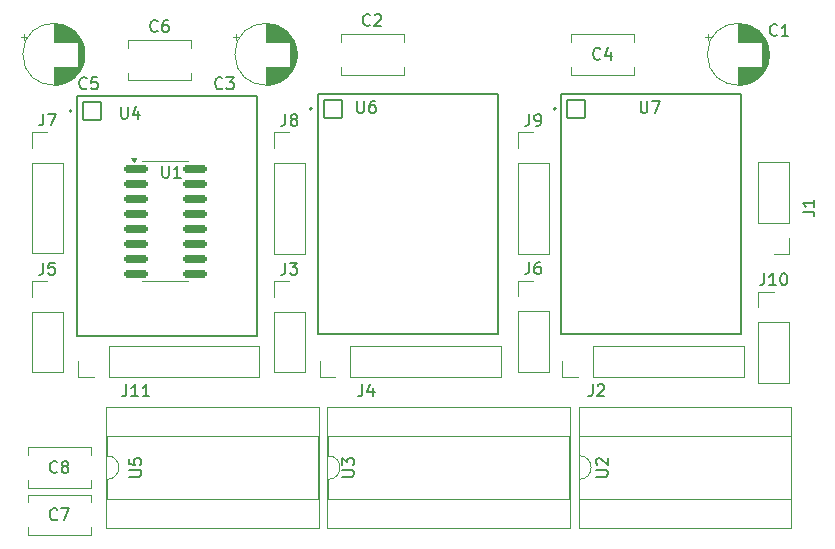
<source format=gto>
G04 #@! TF.GenerationSoftware,KiCad,Pcbnew,8.0.3-8.0.3-0~ubuntu24.04.1*
G04 #@! TF.CreationDate,2024-07-31T19:04:03+02:00*
G04 #@! TF.ProjectId,motor-driver-breakout,6d6f746f-722d-4647-9269-7665722d6272,rev?*
G04 #@! TF.SameCoordinates,Original*
G04 #@! TF.FileFunction,Legend,Top*
G04 #@! TF.FilePolarity,Positive*
%FSLAX46Y46*%
G04 Gerber Fmt 4.6, Leading zero omitted, Abs format (unit mm)*
G04 Created by KiCad (PCBNEW 8.0.3-8.0.3-0~ubuntu24.04.1) date 2024-07-31 19:04:03*
%MOMM*%
%LPD*%
G01*
G04 APERTURE LIST*
G04 Aperture macros list*
%AMRoundRect*
0 Rectangle with rounded corners*
0 $1 Rounding radius*
0 $2 $3 $4 $5 $6 $7 $8 $9 X,Y pos of 4 corners*
0 Add a 4 corners polygon primitive as box body*
4,1,4,$2,$3,$4,$5,$6,$7,$8,$9,$2,$3,0*
0 Add four circle primitives for the rounded corners*
1,1,$1+$1,$2,$3*
1,1,$1+$1,$4,$5*
1,1,$1+$1,$6,$7*
1,1,$1+$1,$8,$9*
0 Add four rect primitives between the rounded corners*
20,1,$1+$1,$2,$3,$4,$5,0*
20,1,$1+$1,$4,$5,$6,$7,0*
20,1,$1+$1,$6,$7,$8,$9,0*
20,1,$1+$1,$8,$9,$2,$3,0*%
G04 Aperture macros list end*
%ADD10C,0.150000*%
%ADD11C,0.120000*%
%ADD12C,0.127000*%
%ADD13C,0.200000*%
%ADD14C,1.600000*%
%ADD15R,1.600000X1.600000*%
%ADD16O,1.600000X1.600000*%
%ADD17C,3.200000*%
%ADD18C,1.712000*%
%ADD19RoundRect,0.102000X-0.754000X-0.754000X0.754000X-0.754000X0.754000X0.754000X-0.754000X0.754000X0*%
%ADD20RoundRect,0.150000X-0.825000X-0.150000X0.825000X-0.150000X0.825000X0.150000X-0.825000X0.150000X0*%
%ADD21R,1.700000X1.700000*%
%ADD22O,1.700000X1.700000*%
G04 APERTURE END LIST*
D10*
X157333333Y-68359580D02*
X157285714Y-68407200D01*
X157285714Y-68407200D02*
X157142857Y-68454819D01*
X157142857Y-68454819D02*
X157047619Y-68454819D01*
X157047619Y-68454819D02*
X156904762Y-68407200D01*
X156904762Y-68407200D02*
X156809524Y-68311961D01*
X156809524Y-68311961D02*
X156761905Y-68216723D01*
X156761905Y-68216723D02*
X156714286Y-68026247D01*
X156714286Y-68026247D02*
X156714286Y-67883390D01*
X156714286Y-67883390D02*
X156761905Y-67692914D01*
X156761905Y-67692914D02*
X156809524Y-67597676D01*
X156809524Y-67597676D02*
X156904762Y-67502438D01*
X156904762Y-67502438D02*
X157047619Y-67454819D01*
X157047619Y-67454819D02*
X157142857Y-67454819D01*
X157142857Y-67454819D02*
X157285714Y-67502438D01*
X157285714Y-67502438D02*
X157333333Y-67550057D01*
X157904762Y-67883390D02*
X157809524Y-67835771D01*
X157809524Y-67835771D02*
X157761905Y-67788152D01*
X157761905Y-67788152D02*
X157714286Y-67692914D01*
X157714286Y-67692914D02*
X157714286Y-67645295D01*
X157714286Y-67645295D02*
X157761905Y-67550057D01*
X157761905Y-67550057D02*
X157809524Y-67502438D01*
X157809524Y-67502438D02*
X157904762Y-67454819D01*
X157904762Y-67454819D02*
X158095238Y-67454819D01*
X158095238Y-67454819D02*
X158190476Y-67502438D01*
X158190476Y-67502438D02*
X158238095Y-67550057D01*
X158238095Y-67550057D02*
X158285714Y-67645295D01*
X158285714Y-67645295D02*
X158285714Y-67692914D01*
X158285714Y-67692914D02*
X158238095Y-67788152D01*
X158238095Y-67788152D02*
X158190476Y-67835771D01*
X158190476Y-67835771D02*
X158095238Y-67883390D01*
X158095238Y-67883390D02*
X157904762Y-67883390D01*
X157904762Y-67883390D02*
X157809524Y-67931009D01*
X157809524Y-67931009D02*
X157761905Y-67978628D01*
X157761905Y-67978628D02*
X157714286Y-68073866D01*
X157714286Y-68073866D02*
X157714286Y-68264342D01*
X157714286Y-68264342D02*
X157761905Y-68359580D01*
X157761905Y-68359580D02*
X157809524Y-68407200D01*
X157809524Y-68407200D02*
X157904762Y-68454819D01*
X157904762Y-68454819D02*
X158095238Y-68454819D01*
X158095238Y-68454819D02*
X158190476Y-68407200D01*
X158190476Y-68407200D02*
X158238095Y-68359580D01*
X158238095Y-68359580D02*
X158285714Y-68264342D01*
X158285714Y-68264342D02*
X158285714Y-68073866D01*
X158285714Y-68073866D02*
X158238095Y-67978628D01*
X158238095Y-67978628D02*
X158190476Y-67931009D01*
X158190476Y-67931009D02*
X158095238Y-67883390D01*
X157333333Y-72359580D02*
X157285714Y-72407200D01*
X157285714Y-72407200D02*
X157142857Y-72454819D01*
X157142857Y-72454819D02*
X157047619Y-72454819D01*
X157047619Y-72454819D02*
X156904762Y-72407200D01*
X156904762Y-72407200D02*
X156809524Y-72311961D01*
X156809524Y-72311961D02*
X156761905Y-72216723D01*
X156761905Y-72216723D02*
X156714286Y-72026247D01*
X156714286Y-72026247D02*
X156714286Y-71883390D01*
X156714286Y-71883390D02*
X156761905Y-71692914D01*
X156761905Y-71692914D02*
X156809524Y-71597676D01*
X156809524Y-71597676D02*
X156904762Y-71502438D01*
X156904762Y-71502438D02*
X157047619Y-71454819D01*
X157047619Y-71454819D02*
X157142857Y-71454819D01*
X157142857Y-71454819D02*
X157285714Y-71502438D01*
X157285714Y-71502438D02*
X157333333Y-71550057D01*
X157666667Y-71454819D02*
X158333333Y-71454819D01*
X158333333Y-71454819D02*
X157904762Y-72454819D01*
X165833333Y-31009580D02*
X165785714Y-31057200D01*
X165785714Y-31057200D02*
X165642857Y-31104819D01*
X165642857Y-31104819D02*
X165547619Y-31104819D01*
X165547619Y-31104819D02*
X165404762Y-31057200D01*
X165404762Y-31057200D02*
X165309524Y-30961961D01*
X165309524Y-30961961D02*
X165261905Y-30866723D01*
X165261905Y-30866723D02*
X165214286Y-30676247D01*
X165214286Y-30676247D02*
X165214286Y-30533390D01*
X165214286Y-30533390D02*
X165261905Y-30342914D01*
X165261905Y-30342914D02*
X165309524Y-30247676D01*
X165309524Y-30247676D02*
X165404762Y-30152438D01*
X165404762Y-30152438D02*
X165547619Y-30104819D01*
X165547619Y-30104819D02*
X165642857Y-30104819D01*
X165642857Y-30104819D02*
X165785714Y-30152438D01*
X165785714Y-30152438D02*
X165833333Y-30200057D01*
X166690476Y-30104819D02*
X166500000Y-30104819D01*
X166500000Y-30104819D02*
X166404762Y-30152438D01*
X166404762Y-30152438D02*
X166357143Y-30200057D01*
X166357143Y-30200057D02*
X166261905Y-30342914D01*
X166261905Y-30342914D02*
X166214286Y-30533390D01*
X166214286Y-30533390D02*
X166214286Y-30914342D01*
X166214286Y-30914342D02*
X166261905Y-31009580D01*
X166261905Y-31009580D02*
X166309524Y-31057200D01*
X166309524Y-31057200D02*
X166404762Y-31104819D01*
X166404762Y-31104819D02*
X166595238Y-31104819D01*
X166595238Y-31104819D02*
X166690476Y-31057200D01*
X166690476Y-31057200D02*
X166738095Y-31009580D01*
X166738095Y-31009580D02*
X166785714Y-30914342D01*
X166785714Y-30914342D02*
X166785714Y-30676247D01*
X166785714Y-30676247D02*
X166738095Y-30581009D01*
X166738095Y-30581009D02*
X166690476Y-30533390D01*
X166690476Y-30533390D02*
X166595238Y-30485771D01*
X166595238Y-30485771D02*
X166404762Y-30485771D01*
X166404762Y-30485771D02*
X166309524Y-30533390D01*
X166309524Y-30533390D02*
X166261905Y-30581009D01*
X166261905Y-30581009D02*
X166214286Y-30676247D01*
X159833333Y-35859580D02*
X159785714Y-35907200D01*
X159785714Y-35907200D02*
X159642857Y-35954819D01*
X159642857Y-35954819D02*
X159547619Y-35954819D01*
X159547619Y-35954819D02*
X159404762Y-35907200D01*
X159404762Y-35907200D02*
X159309524Y-35811961D01*
X159309524Y-35811961D02*
X159261905Y-35716723D01*
X159261905Y-35716723D02*
X159214286Y-35526247D01*
X159214286Y-35526247D02*
X159214286Y-35383390D01*
X159214286Y-35383390D02*
X159261905Y-35192914D01*
X159261905Y-35192914D02*
X159309524Y-35097676D01*
X159309524Y-35097676D02*
X159404762Y-35002438D01*
X159404762Y-35002438D02*
X159547619Y-34954819D01*
X159547619Y-34954819D02*
X159642857Y-34954819D01*
X159642857Y-34954819D02*
X159785714Y-35002438D01*
X159785714Y-35002438D02*
X159833333Y-35050057D01*
X160738095Y-34954819D02*
X160261905Y-34954819D01*
X160261905Y-34954819D02*
X160214286Y-35431009D01*
X160214286Y-35431009D02*
X160261905Y-35383390D01*
X160261905Y-35383390D02*
X160357143Y-35335771D01*
X160357143Y-35335771D02*
X160595238Y-35335771D01*
X160595238Y-35335771D02*
X160690476Y-35383390D01*
X160690476Y-35383390D02*
X160738095Y-35431009D01*
X160738095Y-35431009D02*
X160785714Y-35526247D01*
X160785714Y-35526247D02*
X160785714Y-35764342D01*
X160785714Y-35764342D02*
X160738095Y-35859580D01*
X160738095Y-35859580D02*
X160690476Y-35907200D01*
X160690476Y-35907200D02*
X160595238Y-35954819D01*
X160595238Y-35954819D02*
X160357143Y-35954819D01*
X160357143Y-35954819D02*
X160261905Y-35907200D01*
X160261905Y-35907200D02*
X160214286Y-35859580D01*
X203333333Y-33359580D02*
X203285714Y-33407200D01*
X203285714Y-33407200D02*
X203142857Y-33454819D01*
X203142857Y-33454819D02*
X203047619Y-33454819D01*
X203047619Y-33454819D02*
X202904762Y-33407200D01*
X202904762Y-33407200D02*
X202809524Y-33311961D01*
X202809524Y-33311961D02*
X202761905Y-33216723D01*
X202761905Y-33216723D02*
X202714286Y-33026247D01*
X202714286Y-33026247D02*
X202714286Y-32883390D01*
X202714286Y-32883390D02*
X202761905Y-32692914D01*
X202761905Y-32692914D02*
X202809524Y-32597676D01*
X202809524Y-32597676D02*
X202904762Y-32502438D01*
X202904762Y-32502438D02*
X203047619Y-32454819D01*
X203047619Y-32454819D02*
X203142857Y-32454819D01*
X203142857Y-32454819D02*
X203285714Y-32502438D01*
X203285714Y-32502438D02*
X203333333Y-32550057D01*
X204190476Y-32788152D02*
X204190476Y-33454819D01*
X203952381Y-32407200D02*
X203714286Y-33121485D01*
X203714286Y-33121485D02*
X204333333Y-33121485D01*
X171333333Y-35859580D02*
X171285714Y-35907200D01*
X171285714Y-35907200D02*
X171142857Y-35954819D01*
X171142857Y-35954819D02*
X171047619Y-35954819D01*
X171047619Y-35954819D02*
X170904762Y-35907200D01*
X170904762Y-35907200D02*
X170809524Y-35811961D01*
X170809524Y-35811961D02*
X170761905Y-35716723D01*
X170761905Y-35716723D02*
X170714286Y-35526247D01*
X170714286Y-35526247D02*
X170714286Y-35383390D01*
X170714286Y-35383390D02*
X170761905Y-35192914D01*
X170761905Y-35192914D02*
X170809524Y-35097676D01*
X170809524Y-35097676D02*
X170904762Y-35002438D01*
X170904762Y-35002438D02*
X171047619Y-34954819D01*
X171047619Y-34954819D02*
X171142857Y-34954819D01*
X171142857Y-34954819D02*
X171285714Y-35002438D01*
X171285714Y-35002438D02*
X171333333Y-35050057D01*
X171666667Y-34954819D02*
X172285714Y-34954819D01*
X172285714Y-34954819D02*
X171952381Y-35335771D01*
X171952381Y-35335771D02*
X172095238Y-35335771D01*
X172095238Y-35335771D02*
X172190476Y-35383390D01*
X172190476Y-35383390D02*
X172238095Y-35431009D01*
X172238095Y-35431009D02*
X172285714Y-35526247D01*
X172285714Y-35526247D02*
X172285714Y-35764342D01*
X172285714Y-35764342D02*
X172238095Y-35859580D01*
X172238095Y-35859580D02*
X172190476Y-35907200D01*
X172190476Y-35907200D02*
X172095238Y-35954819D01*
X172095238Y-35954819D02*
X171809524Y-35954819D01*
X171809524Y-35954819D02*
X171714286Y-35907200D01*
X171714286Y-35907200D02*
X171666667Y-35859580D01*
X183833333Y-30509580D02*
X183785714Y-30557200D01*
X183785714Y-30557200D02*
X183642857Y-30604819D01*
X183642857Y-30604819D02*
X183547619Y-30604819D01*
X183547619Y-30604819D02*
X183404762Y-30557200D01*
X183404762Y-30557200D02*
X183309524Y-30461961D01*
X183309524Y-30461961D02*
X183261905Y-30366723D01*
X183261905Y-30366723D02*
X183214286Y-30176247D01*
X183214286Y-30176247D02*
X183214286Y-30033390D01*
X183214286Y-30033390D02*
X183261905Y-29842914D01*
X183261905Y-29842914D02*
X183309524Y-29747676D01*
X183309524Y-29747676D02*
X183404762Y-29652438D01*
X183404762Y-29652438D02*
X183547619Y-29604819D01*
X183547619Y-29604819D02*
X183642857Y-29604819D01*
X183642857Y-29604819D02*
X183785714Y-29652438D01*
X183785714Y-29652438D02*
X183833333Y-29700057D01*
X184214286Y-29700057D02*
X184261905Y-29652438D01*
X184261905Y-29652438D02*
X184357143Y-29604819D01*
X184357143Y-29604819D02*
X184595238Y-29604819D01*
X184595238Y-29604819D02*
X184690476Y-29652438D01*
X184690476Y-29652438D02*
X184738095Y-29700057D01*
X184738095Y-29700057D02*
X184785714Y-29795295D01*
X184785714Y-29795295D02*
X184785714Y-29890533D01*
X184785714Y-29890533D02*
X184738095Y-30033390D01*
X184738095Y-30033390D02*
X184166667Y-30604819D01*
X184166667Y-30604819D02*
X184785714Y-30604819D01*
X218288445Y-31359580D02*
X218240826Y-31407200D01*
X218240826Y-31407200D02*
X218097969Y-31454819D01*
X218097969Y-31454819D02*
X218002731Y-31454819D01*
X218002731Y-31454819D02*
X217859874Y-31407200D01*
X217859874Y-31407200D02*
X217764636Y-31311961D01*
X217764636Y-31311961D02*
X217717017Y-31216723D01*
X217717017Y-31216723D02*
X217669398Y-31026247D01*
X217669398Y-31026247D02*
X217669398Y-30883390D01*
X217669398Y-30883390D02*
X217717017Y-30692914D01*
X217717017Y-30692914D02*
X217764636Y-30597676D01*
X217764636Y-30597676D02*
X217859874Y-30502438D01*
X217859874Y-30502438D02*
X218002731Y-30454819D01*
X218002731Y-30454819D02*
X218097969Y-30454819D01*
X218097969Y-30454819D02*
X218240826Y-30502438D01*
X218240826Y-30502438D02*
X218288445Y-30550057D01*
X219240826Y-31454819D02*
X218669398Y-31454819D01*
X218955112Y-31454819D02*
X218955112Y-30454819D01*
X218955112Y-30454819D02*
X218859874Y-30597676D01*
X218859874Y-30597676D02*
X218764636Y-30692914D01*
X218764636Y-30692914D02*
X218669398Y-30740533D01*
X202954819Y-68751904D02*
X203764342Y-68751904D01*
X203764342Y-68751904D02*
X203859580Y-68704285D01*
X203859580Y-68704285D02*
X203907200Y-68656666D01*
X203907200Y-68656666D02*
X203954819Y-68561428D01*
X203954819Y-68561428D02*
X203954819Y-68370952D01*
X203954819Y-68370952D02*
X203907200Y-68275714D01*
X203907200Y-68275714D02*
X203859580Y-68228095D01*
X203859580Y-68228095D02*
X203764342Y-68180476D01*
X203764342Y-68180476D02*
X202954819Y-68180476D01*
X203050057Y-67751904D02*
X203002438Y-67704285D01*
X203002438Y-67704285D02*
X202954819Y-67609047D01*
X202954819Y-67609047D02*
X202954819Y-67370952D01*
X202954819Y-67370952D02*
X203002438Y-67275714D01*
X203002438Y-67275714D02*
X203050057Y-67228095D01*
X203050057Y-67228095D02*
X203145295Y-67180476D01*
X203145295Y-67180476D02*
X203240533Y-67180476D01*
X203240533Y-67180476D02*
X203383390Y-67228095D01*
X203383390Y-67228095D02*
X203954819Y-67799523D01*
X203954819Y-67799523D02*
X203954819Y-67180476D01*
X206738095Y-36954819D02*
X206738095Y-37764342D01*
X206738095Y-37764342D02*
X206785714Y-37859580D01*
X206785714Y-37859580D02*
X206833333Y-37907200D01*
X206833333Y-37907200D02*
X206928571Y-37954819D01*
X206928571Y-37954819D02*
X207119047Y-37954819D01*
X207119047Y-37954819D02*
X207214285Y-37907200D01*
X207214285Y-37907200D02*
X207261904Y-37859580D01*
X207261904Y-37859580D02*
X207309523Y-37764342D01*
X207309523Y-37764342D02*
X207309523Y-36954819D01*
X207690476Y-36954819D02*
X208357142Y-36954819D01*
X208357142Y-36954819D02*
X207928571Y-37954819D01*
X182738095Y-36954819D02*
X182738095Y-37764342D01*
X182738095Y-37764342D02*
X182785714Y-37859580D01*
X182785714Y-37859580D02*
X182833333Y-37907200D01*
X182833333Y-37907200D02*
X182928571Y-37954819D01*
X182928571Y-37954819D02*
X183119047Y-37954819D01*
X183119047Y-37954819D02*
X183214285Y-37907200D01*
X183214285Y-37907200D02*
X183261904Y-37859580D01*
X183261904Y-37859580D02*
X183309523Y-37764342D01*
X183309523Y-37764342D02*
X183309523Y-36954819D01*
X184214285Y-36954819D02*
X184023809Y-36954819D01*
X184023809Y-36954819D02*
X183928571Y-37002438D01*
X183928571Y-37002438D02*
X183880952Y-37050057D01*
X183880952Y-37050057D02*
X183785714Y-37192914D01*
X183785714Y-37192914D02*
X183738095Y-37383390D01*
X183738095Y-37383390D02*
X183738095Y-37764342D01*
X183738095Y-37764342D02*
X183785714Y-37859580D01*
X183785714Y-37859580D02*
X183833333Y-37907200D01*
X183833333Y-37907200D02*
X183928571Y-37954819D01*
X183928571Y-37954819D02*
X184119047Y-37954819D01*
X184119047Y-37954819D02*
X184214285Y-37907200D01*
X184214285Y-37907200D02*
X184261904Y-37859580D01*
X184261904Y-37859580D02*
X184309523Y-37764342D01*
X184309523Y-37764342D02*
X184309523Y-37526247D01*
X184309523Y-37526247D02*
X184261904Y-37431009D01*
X184261904Y-37431009D02*
X184214285Y-37383390D01*
X184214285Y-37383390D02*
X184119047Y-37335771D01*
X184119047Y-37335771D02*
X183928571Y-37335771D01*
X183928571Y-37335771D02*
X183833333Y-37383390D01*
X183833333Y-37383390D02*
X183785714Y-37431009D01*
X183785714Y-37431009D02*
X183738095Y-37526247D01*
X163454819Y-68751904D02*
X164264342Y-68751904D01*
X164264342Y-68751904D02*
X164359580Y-68704285D01*
X164359580Y-68704285D02*
X164407200Y-68656666D01*
X164407200Y-68656666D02*
X164454819Y-68561428D01*
X164454819Y-68561428D02*
X164454819Y-68370952D01*
X164454819Y-68370952D02*
X164407200Y-68275714D01*
X164407200Y-68275714D02*
X164359580Y-68228095D01*
X164359580Y-68228095D02*
X164264342Y-68180476D01*
X164264342Y-68180476D02*
X163454819Y-68180476D01*
X163454819Y-67228095D02*
X163454819Y-67704285D01*
X163454819Y-67704285D02*
X163931009Y-67751904D01*
X163931009Y-67751904D02*
X163883390Y-67704285D01*
X163883390Y-67704285D02*
X163835771Y-67609047D01*
X163835771Y-67609047D02*
X163835771Y-67370952D01*
X163835771Y-67370952D02*
X163883390Y-67275714D01*
X163883390Y-67275714D02*
X163931009Y-67228095D01*
X163931009Y-67228095D02*
X164026247Y-67180476D01*
X164026247Y-67180476D02*
X164264342Y-67180476D01*
X164264342Y-67180476D02*
X164359580Y-67228095D01*
X164359580Y-67228095D02*
X164407200Y-67275714D01*
X164407200Y-67275714D02*
X164454819Y-67370952D01*
X164454819Y-67370952D02*
X164454819Y-67609047D01*
X164454819Y-67609047D02*
X164407200Y-67704285D01*
X164407200Y-67704285D02*
X164359580Y-67751904D01*
X162738095Y-37454819D02*
X162738095Y-38264342D01*
X162738095Y-38264342D02*
X162785714Y-38359580D01*
X162785714Y-38359580D02*
X162833333Y-38407200D01*
X162833333Y-38407200D02*
X162928571Y-38454819D01*
X162928571Y-38454819D02*
X163119047Y-38454819D01*
X163119047Y-38454819D02*
X163214285Y-38407200D01*
X163214285Y-38407200D02*
X163261904Y-38359580D01*
X163261904Y-38359580D02*
X163309523Y-38264342D01*
X163309523Y-38264342D02*
X163309523Y-37454819D01*
X164214285Y-37788152D02*
X164214285Y-38454819D01*
X163976190Y-37407200D02*
X163738095Y-38121485D01*
X163738095Y-38121485D02*
X164357142Y-38121485D01*
X181454819Y-68761904D02*
X182264342Y-68761904D01*
X182264342Y-68761904D02*
X182359580Y-68714285D01*
X182359580Y-68714285D02*
X182407200Y-68666666D01*
X182407200Y-68666666D02*
X182454819Y-68571428D01*
X182454819Y-68571428D02*
X182454819Y-68380952D01*
X182454819Y-68380952D02*
X182407200Y-68285714D01*
X182407200Y-68285714D02*
X182359580Y-68238095D01*
X182359580Y-68238095D02*
X182264342Y-68190476D01*
X182264342Y-68190476D02*
X181454819Y-68190476D01*
X181454819Y-67809523D02*
X181454819Y-67190476D01*
X181454819Y-67190476D02*
X181835771Y-67523809D01*
X181835771Y-67523809D02*
X181835771Y-67380952D01*
X181835771Y-67380952D02*
X181883390Y-67285714D01*
X181883390Y-67285714D02*
X181931009Y-67238095D01*
X181931009Y-67238095D02*
X182026247Y-67190476D01*
X182026247Y-67190476D02*
X182264342Y-67190476D01*
X182264342Y-67190476D02*
X182359580Y-67238095D01*
X182359580Y-67238095D02*
X182407200Y-67285714D01*
X182407200Y-67285714D02*
X182454819Y-67380952D01*
X182454819Y-67380952D02*
X182454819Y-67666666D01*
X182454819Y-67666666D02*
X182407200Y-67761904D01*
X182407200Y-67761904D02*
X182359580Y-67809523D01*
X166238095Y-42454819D02*
X166238095Y-43264342D01*
X166238095Y-43264342D02*
X166285714Y-43359580D01*
X166285714Y-43359580D02*
X166333333Y-43407200D01*
X166333333Y-43407200D02*
X166428571Y-43454819D01*
X166428571Y-43454819D02*
X166619047Y-43454819D01*
X166619047Y-43454819D02*
X166714285Y-43407200D01*
X166714285Y-43407200D02*
X166761904Y-43359580D01*
X166761904Y-43359580D02*
X166809523Y-43264342D01*
X166809523Y-43264342D02*
X166809523Y-42454819D01*
X167809523Y-43454819D02*
X167238095Y-43454819D01*
X167523809Y-43454819D02*
X167523809Y-42454819D01*
X167523809Y-42454819D02*
X167428571Y-42597676D01*
X167428571Y-42597676D02*
X167333333Y-42692914D01*
X167333333Y-42692914D02*
X167238095Y-42740533D01*
X217190476Y-51544819D02*
X217190476Y-52259104D01*
X217190476Y-52259104D02*
X217142857Y-52401961D01*
X217142857Y-52401961D02*
X217047619Y-52497200D01*
X217047619Y-52497200D02*
X216904762Y-52544819D01*
X216904762Y-52544819D02*
X216809524Y-52544819D01*
X218190476Y-52544819D02*
X217619048Y-52544819D01*
X217904762Y-52544819D02*
X217904762Y-51544819D01*
X217904762Y-51544819D02*
X217809524Y-51687676D01*
X217809524Y-51687676D02*
X217714286Y-51782914D01*
X217714286Y-51782914D02*
X217619048Y-51830533D01*
X218809524Y-51544819D02*
X218904762Y-51544819D01*
X218904762Y-51544819D02*
X219000000Y-51592438D01*
X219000000Y-51592438D02*
X219047619Y-51640057D01*
X219047619Y-51640057D02*
X219095238Y-51735295D01*
X219095238Y-51735295D02*
X219142857Y-51925771D01*
X219142857Y-51925771D02*
X219142857Y-52163866D01*
X219142857Y-52163866D02*
X219095238Y-52354342D01*
X219095238Y-52354342D02*
X219047619Y-52449580D01*
X219047619Y-52449580D02*
X219000000Y-52497200D01*
X219000000Y-52497200D02*
X218904762Y-52544819D01*
X218904762Y-52544819D02*
X218809524Y-52544819D01*
X218809524Y-52544819D02*
X218714286Y-52497200D01*
X218714286Y-52497200D02*
X218666667Y-52449580D01*
X218666667Y-52449580D02*
X218619048Y-52354342D01*
X218619048Y-52354342D02*
X218571429Y-52163866D01*
X218571429Y-52163866D02*
X218571429Y-51925771D01*
X218571429Y-51925771D02*
X218619048Y-51735295D01*
X218619048Y-51735295D02*
X218666667Y-51640057D01*
X218666667Y-51640057D02*
X218714286Y-51592438D01*
X218714286Y-51592438D02*
X218809524Y-51544819D01*
X197316666Y-38069819D02*
X197316666Y-38784104D01*
X197316666Y-38784104D02*
X197269047Y-38926961D01*
X197269047Y-38926961D02*
X197173809Y-39022200D01*
X197173809Y-39022200D02*
X197030952Y-39069819D01*
X197030952Y-39069819D02*
X196935714Y-39069819D01*
X197840476Y-39069819D02*
X198030952Y-39069819D01*
X198030952Y-39069819D02*
X198126190Y-39022200D01*
X198126190Y-39022200D02*
X198173809Y-38974580D01*
X198173809Y-38974580D02*
X198269047Y-38831723D01*
X198269047Y-38831723D02*
X198316666Y-38641247D01*
X198316666Y-38641247D02*
X198316666Y-38260295D01*
X198316666Y-38260295D02*
X198269047Y-38165057D01*
X198269047Y-38165057D02*
X198221428Y-38117438D01*
X198221428Y-38117438D02*
X198126190Y-38069819D01*
X198126190Y-38069819D02*
X197935714Y-38069819D01*
X197935714Y-38069819D02*
X197840476Y-38117438D01*
X197840476Y-38117438D02*
X197792857Y-38165057D01*
X197792857Y-38165057D02*
X197745238Y-38260295D01*
X197745238Y-38260295D02*
X197745238Y-38498390D01*
X197745238Y-38498390D02*
X197792857Y-38593628D01*
X197792857Y-38593628D02*
X197840476Y-38641247D01*
X197840476Y-38641247D02*
X197935714Y-38688866D01*
X197935714Y-38688866D02*
X198126190Y-38688866D01*
X198126190Y-38688866D02*
X198221428Y-38641247D01*
X198221428Y-38641247D02*
X198269047Y-38593628D01*
X198269047Y-38593628D02*
X198316666Y-38498390D01*
X176666666Y-38069819D02*
X176666666Y-38784104D01*
X176666666Y-38784104D02*
X176619047Y-38926961D01*
X176619047Y-38926961D02*
X176523809Y-39022200D01*
X176523809Y-39022200D02*
X176380952Y-39069819D01*
X176380952Y-39069819D02*
X176285714Y-39069819D01*
X177285714Y-38498390D02*
X177190476Y-38450771D01*
X177190476Y-38450771D02*
X177142857Y-38403152D01*
X177142857Y-38403152D02*
X177095238Y-38307914D01*
X177095238Y-38307914D02*
X177095238Y-38260295D01*
X177095238Y-38260295D02*
X177142857Y-38165057D01*
X177142857Y-38165057D02*
X177190476Y-38117438D01*
X177190476Y-38117438D02*
X177285714Y-38069819D01*
X177285714Y-38069819D02*
X177476190Y-38069819D01*
X177476190Y-38069819D02*
X177571428Y-38117438D01*
X177571428Y-38117438D02*
X177619047Y-38165057D01*
X177619047Y-38165057D02*
X177666666Y-38260295D01*
X177666666Y-38260295D02*
X177666666Y-38307914D01*
X177666666Y-38307914D02*
X177619047Y-38403152D01*
X177619047Y-38403152D02*
X177571428Y-38450771D01*
X177571428Y-38450771D02*
X177476190Y-38498390D01*
X177476190Y-38498390D02*
X177285714Y-38498390D01*
X177285714Y-38498390D02*
X177190476Y-38546009D01*
X177190476Y-38546009D02*
X177142857Y-38593628D01*
X177142857Y-38593628D02*
X177095238Y-38688866D01*
X177095238Y-38688866D02*
X177095238Y-38879342D01*
X177095238Y-38879342D02*
X177142857Y-38974580D01*
X177142857Y-38974580D02*
X177190476Y-39022200D01*
X177190476Y-39022200D02*
X177285714Y-39069819D01*
X177285714Y-39069819D02*
X177476190Y-39069819D01*
X177476190Y-39069819D02*
X177571428Y-39022200D01*
X177571428Y-39022200D02*
X177619047Y-38974580D01*
X177619047Y-38974580D02*
X177666666Y-38879342D01*
X177666666Y-38879342D02*
X177666666Y-38688866D01*
X177666666Y-38688866D02*
X177619047Y-38593628D01*
X177619047Y-38593628D02*
X177571428Y-38546009D01*
X177571428Y-38546009D02*
X177476190Y-38498390D01*
X197316666Y-50609819D02*
X197316666Y-51324104D01*
X197316666Y-51324104D02*
X197269047Y-51466961D01*
X197269047Y-51466961D02*
X197173809Y-51562200D01*
X197173809Y-51562200D02*
X197030952Y-51609819D01*
X197030952Y-51609819D02*
X196935714Y-51609819D01*
X198221428Y-50609819D02*
X198030952Y-50609819D01*
X198030952Y-50609819D02*
X197935714Y-50657438D01*
X197935714Y-50657438D02*
X197888095Y-50705057D01*
X197888095Y-50705057D02*
X197792857Y-50847914D01*
X197792857Y-50847914D02*
X197745238Y-51038390D01*
X197745238Y-51038390D02*
X197745238Y-51419342D01*
X197745238Y-51419342D02*
X197792857Y-51514580D01*
X197792857Y-51514580D02*
X197840476Y-51562200D01*
X197840476Y-51562200D02*
X197935714Y-51609819D01*
X197935714Y-51609819D02*
X198126190Y-51609819D01*
X198126190Y-51609819D02*
X198221428Y-51562200D01*
X198221428Y-51562200D02*
X198269047Y-51514580D01*
X198269047Y-51514580D02*
X198316666Y-51419342D01*
X198316666Y-51419342D02*
X198316666Y-51181247D01*
X198316666Y-51181247D02*
X198269047Y-51086009D01*
X198269047Y-51086009D02*
X198221428Y-51038390D01*
X198221428Y-51038390D02*
X198126190Y-50990771D01*
X198126190Y-50990771D02*
X197935714Y-50990771D01*
X197935714Y-50990771D02*
X197840476Y-51038390D01*
X197840476Y-51038390D02*
X197792857Y-51086009D01*
X197792857Y-51086009D02*
X197745238Y-51181247D01*
X183166666Y-60954819D02*
X183166666Y-61669104D01*
X183166666Y-61669104D02*
X183119047Y-61811961D01*
X183119047Y-61811961D02*
X183023809Y-61907200D01*
X183023809Y-61907200D02*
X182880952Y-61954819D01*
X182880952Y-61954819D02*
X182785714Y-61954819D01*
X184071428Y-61288152D02*
X184071428Y-61954819D01*
X183833333Y-60907200D02*
X183595238Y-61621485D01*
X183595238Y-61621485D02*
X184214285Y-61621485D01*
X202666666Y-60954819D02*
X202666666Y-61669104D01*
X202666666Y-61669104D02*
X202619047Y-61811961D01*
X202619047Y-61811961D02*
X202523809Y-61907200D01*
X202523809Y-61907200D02*
X202380952Y-61954819D01*
X202380952Y-61954819D02*
X202285714Y-61954819D01*
X203095238Y-61050057D02*
X203142857Y-61002438D01*
X203142857Y-61002438D02*
X203238095Y-60954819D01*
X203238095Y-60954819D02*
X203476190Y-60954819D01*
X203476190Y-60954819D02*
X203571428Y-61002438D01*
X203571428Y-61002438D02*
X203619047Y-61050057D01*
X203619047Y-61050057D02*
X203666666Y-61145295D01*
X203666666Y-61145295D02*
X203666666Y-61240533D01*
X203666666Y-61240533D02*
X203619047Y-61383390D01*
X203619047Y-61383390D02*
X203047619Y-61954819D01*
X203047619Y-61954819D02*
X203666666Y-61954819D01*
X220454819Y-46333333D02*
X221169104Y-46333333D01*
X221169104Y-46333333D02*
X221311961Y-46380952D01*
X221311961Y-46380952D02*
X221407200Y-46476190D01*
X221407200Y-46476190D02*
X221454819Y-46619047D01*
X221454819Y-46619047D02*
X221454819Y-46714285D01*
X221454819Y-45333333D02*
X221454819Y-45904761D01*
X221454819Y-45619047D02*
X220454819Y-45619047D01*
X220454819Y-45619047D02*
X220597676Y-45714285D01*
X220597676Y-45714285D02*
X220692914Y-45809523D01*
X220692914Y-45809523D02*
X220740533Y-45904761D01*
X176666666Y-50649819D02*
X176666666Y-51364104D01*
X176666666Y-51364104D02*
X176619047Y-51506961D01*
X176619047Y-51506961D02*
X176523809Y-51602200D01*
X176523809Y-51602200D02*
X176380952Y-51649819D01*
X176380952Y-51649819D02*
X176285714Y-51649819D01*
X177047619Y-50649819D02*
X177666666Y-50649819D01*
X177666666Y-50649819D02*
X177333333Y-51030771D01*
X177333333Y-51030771D02*
X177476190Y-51030771D01*
X177476190Y-51030771D02*
X177571428Y-51078390D01*
X177571428Y-51078390D02*
X177619047Y-51126009D01*
X177619047Y-51126009D02*
X177666666Y-51221247D01*
X177666666Y-51221247D02*
X177666666Y-51459342D01*
X177666666Y-51459342D02*
X177619047Y-51554580D01*
X177619047Y-51554580D02*
X177571428Y-51602200D01*
X177571428Y-51602200D02*
X177476190Y-51649819D01*
X177476190Y-51649819D02*
X177190476Y-51649819D01*
X177190476Y-51649819D02*
X177095238Y-51602200D01*
X177095238Y-51602200D02*
X177047619Y-51554580D01*
X156166666Y-50649819D02*
X156166666Y-51364104D01*
X156166666Y-51364104D02*
X156119047Y-51506961D01*
X156119047Y-51506961D02*
X156023809Y-51602200D01*
X156023809Y-51602200D02*
X155880952Y-51649819D01*
X155880952Y-51649819D02*
X155785714Y-51649819D01*
X157119047Y-50649819D02*
X156642857Y-50649819D01*
X156642857Y-50649819D02*
X156595238Y-51126009D01*
X156595238Y-51126009D02*
X156642857Y-51078390D01*
X156642857Y-51078390D02*
X156738095Y-51030771D01*
X156738095Y-51030771D02*
X156976190Y-51030771D01*
X156976190Y-51030771D02*
X157071428Y-51078390D01*
X157071428Y-51078390D02*
X157119047Y-51126009D01*
X157119047Y-51126009D02*
X157166666Y-51221247D01*
X157166666Y-51221247D02*
X157166666Y-51459342D01*
X157166666Y-51459342D02*
X157119047Y-51554580D01*
X157119047Y-51554580D02*
X157071428Y-51602200D01*
X157071428Y-51602200D02*
X156976190Y-51649819D01*
X156976190Y-51649819D02*
X156738095Y-51649819D01*
X156738095Y-51649819D02*
X156642857Y-51602200D01*
X156642857Y-51602200D02*
X156595238Y-51554580D01*
X156166666Y-38029819D02*
X156166666Y-38744104D01*
X156166666Y-38744104D02*
X156119047Y-38886961D01*
X156119047Y-38886961D02*
X156023809Y-38982200D01*
X156023809Y-38982200D02*
X155880952Y-39029819D01*
X155880952Y-39029819D02*
X155785714Y-39029819D01*
X156547619Y-38029819D02*
X157214285Y-38029819D01*
X157214285Y-38029819D02*
X156785714Y-39029819D01*
X163190476Y-60954819D02*
X163190476Y-61669104D01*
X163190476Y-61669104D02*
X163142857Y-61811961D01*
X163142857Y-61811961D02*
X163047619Y-61907200D01*
X163047619Y-61907200D02*
X162904762Y-61954819D01*
X162904762Y-61954819D02*
X162809524Y-61954819D01*
X164190476Y-61954819D02*
X163619048Y-61954819D01*
X163904762Y-61954819D02*
X163904762Y-60954819D01*
X163904762Y-60954819D02*
X163809524Y-61097676D01*
X163809524Y-61097676D02*
X163714286Y-61192914D01*
X163714286Y-61192914D02*
X163619048Y-61240533D01*
X165142857Y-61954819D02*
X164571429Y-61954819D01*
X164857143Y-61954819D02*
X164857143Y-60954819D01*
X164857143Y-60954819D02*
X164761905Y-61097676D01*
X164761905Y-61097676D02*
X164666667Y-61192914D01*
X164666667Y-61192914D02*
X164571429Y-61240533D01*
D11*
X160170000Y-69721000D02*
X160170000Y-69055000D01*
X160170000Y-69721000D02*
X154830000Y-69721000D01*
X160170000Y-66945000D02*
X160170000Y-66279000D01*
X160170000Y-66279000D02*
X154830000Y-66279000D01*
X154830000Y-69721000D02*
X154830000Y-69055000D01*
X154830000Y-66945000D02*
X154830000Y-66279000D01*
X160170000Y-73721000D02*
X160170000Y-73055000D01*
X160170000Y-73721000D02*
X154830000Y-73721000D01*
X160170000Y-70945000D02*
X160170000Y-70279000D01*
X160170000Y-70279000D02*
X154830000Y-70279000D01*
X154830000Y-73721000D02*
X154830000Y-73055000D01*
X154830000Y-70945000D02*
X154830000Y-70279000D01*
X163330000Y-31779000D02*
X163330000Y-32445000D01*
X163330000Y-31779000D02*
X168670000Y-31779000D01*
X163330000Y-34555000D02*
X163330000Y-35221000D01*
X163330000Y-35221000D02*
X168670000Y-35221000D01*
X168670000Y-31779000D02*
X168670000Y-32445000D01*
X168670000Y-34555000D02*
X168670000Y-35221000D01*
X154240113Y-31525000D02*
X154740113Y-31525000D01*
X154490113Y-31275000D02*
X154490113Y-31775000D01*
X157044888Y-30420000D02*
X157044888Y-31960000D01*
X157044888Y-34040000D02*
X157044888Y-35580000D01*
X157084888Y-30420000D02*
X157084888Y-31960000D01*
X157084888Y-34040000D02*
X157084888Y-35580000D01*
X157124888Y-30421000D02*
X157124888Y-31960000D01*
X157124888Y-34040000D02*
X157124888Y-35579000D01*
X157164888Y-30422000D02*
X157164888Y-31960000D01*
X157164888Y-34040000D02*
X157164888Y-35578000D01*
X157204888Y-30424000D02*
X157204888Y-31960000D01*
X157204888Y-34040000D02*
X157204888Y-35576000D01*
X157244888Y-30427000D02*
X157244888Y-31960000D01*
X157244888Y-34040000D02*
X157244888Y-35573000D01*
X157284888Y-30431000D02*
X157284888Y-31960000D01*
X157284888Y-34040000D02*
X157284888Y-35569000D01*
X157324888Y-30435000D02*
X157324888Y-31960000D01*
X157324888Y-34040000D02*
X157324888Y-35565000D01*
X157364888Y-30439000D02*
X157364888Y-31960000D01*
X157364888Y-34040000D02*
X157364888Y-35561000D01*
X157404888Y-30444000D02*
X157404888Y-31960000D01*
X157404888Y-34040000D02*
X157404888Y-35556000D01*
X157444888Y-30450000D02*
X157444888Y-31960000D01*
X157444888Y-34040000D02*
X157444888Y-35550000D01*
X157484888Y-30457000D02*
X157484888Y-31960000D01*
X157484888Y-34040000D02*
X157484888Y-35543000D01*
X157524888Y-30464000D02*
X157524888Y-31960000D01*
X157524888Y-34040000D02*
X157524888Y-35536000D01*
X157564888Y-30472000D02*
X157564888Y-31960000D01*
X157564888Y-34040000D02*
X157564888Y-35528000D01*
X157604888Y-30480000D02*
X157604888Y-31960000D01*
X157604888Y-34040000D02*
X157604888Y-35520000D01*
X157644888Y-30489000D02*
X157644888Y-31960000D01*
X157644888Y-34040000D02*
X157644888Y-35511000D01*
X157684888Y-30499000D02*
X157684888Y-31960000D01*
X157684888Y-34040000D02*
X157684888Y-35501000D01*
X157724888Y-30509000D02*
X157724888Y-31960000D01*
X157724888Y-34040000D02*
X157724888Y-35491000D01*
X157765888Y-30520000D02*
X157765888Y-31960000D01*
X157765888Y-34040000D02*
X157765888Y-35480000D01*
X157805888Y-30532000D02*
X157805888Y-31960000D01*
X157805888Y-34040000D02*
X157805888Y-35468000D01*
X157845888Y-30545000D02*
X157845888Y-31960000D01*
X157845888Y-34040000D02*
X157845888Y-35455000D01*
X157885888Y-30558000D02*
X157885888Y-31960000D01*
X157885888Y-34040000D02*
X157885888Y-35442000D01*
X157925888Y-30572000D02*
X157925888Y-31960000D01*
X157925888Y-34040000D02*
X157925888Y-35428000D01*
X157965888Y-30586000D02*
X157965888Y-31960000D01*
X157965888Y-34040000D02*
X157965888Y-35414000D01*
X158005888Y-30602000D02*
X158005888Y-31960000D01*
X158005888Y-34040000D02*
X158005888Y-35398000D01*
X158045888Y-30618000D02*
X158045888Y-31960000D01*
X158045888Y-34040000D02*
X158045888Y-35382000D01*
X158085888Y-30635000D02*
X158085888Y-31960000D01*
X158085888Y-34040000D02*
X158085888Y-35365000D01*
X158125888Y-30652000D02*
X158125888Y-31960000D01*
X158125888Y-34040000D02*
X158125888Y-35348000D01*
X158165888Y-30671000D02*
X158165888Y-31960000D01*
X158165888Y-34040000D02*
X158165888Y-35329000D01*
X158205888Y-30690000D02*
X158205888Y-31960000D01*
X158205888Y-34040000D02*
X158205888Y-35310000D01*
X158245888Y-30710000D02*
X158245888Y-31960000D01*
X158245888Y-34040000D02*
X158245888Y-35290000D01*
X158285888Y-30732000D02*
X158285888Y-31960000D01*
X158285888Y-34040000D02*
X158285888Y-35268000D01*
X158325888Y-30753000D02*
X158325888Y-31960000D01*
X158325888Y-34040000D02*
X158325888Y-35247000D01*
X158365888Y-30776000D02*
X158365888Y-31960000D01*
X158365888Y-34040000D02*
X158365888Y-35224000D01*
X158405888Y-30800000D02*
X158405888Y-31960000D01*
X158405888Y-34040000D02*
X158405888Y-35200000D01*
X158445888Y-30825000D02*
X158445888Y-31960000D01*
X158445888Y-34040000D02*
X158445888Y-35175000D01*
X158485888Y-30851000D02*
X158485888Y-31960000D01*
X158485888Y-34040000D02*
X158485888Y-35149000D01*
X158525888Y-30878000D02*
X158525888Y-31960000D01*
X158525888Y-34040000D02*
X158525888Y-35122000D01*
X158565888Y-30905000D02*
X158565888Y-31960000D01*
X158565888Y-34040000D02*
X158565888Y-35095000D01*
X158605888Y-30935000D02*
X158605888Y-31960000D01*
X158605888Y-34040000D02*
X158605888Y-35065000D01*
X158645888Y-30965000D02*
X158645888Y-31960000D01*
X158645888Y-34040000D02*
X158645888Y-35035000D01*
X158685888Y-30996000D02*
X158685888Y-31960000D01*
X158685888Y-34040000D02*
X158685888Y-35004000D01*
X158725888Y-31029000D02*
X158725888Y-31960000D01*
X158725888Y-34040000D02*
X158725888Y-34971000D01*
X158765888Y-31063000D02*
X158765888Y-31960000D01*
X158765888Y-34040000D02*
X158765888Y-34937000D01*
X158805888Y-31099000D02*
X158805888Y-31960000D01*
X158805888Y-34040000D02*
X158805888Y-34901000D01*
X158845888Y-31136000D02*
X158845888Y-31960000D01*
X158845888Y-34040000D02*
X158845888Y-34864000D01*
X158885888Y-31174000D02*
X158885888Y-31960000D01*
X158885888Y-34040000D02*
X158885888Y-34826000D01*
X158925888Y-31215000D02*
X158925888Y-31960000D01*
X158925888Y-34040000D02*
X158925888Y-34785000D01*
X158965888Y-31257000D02*
X158965888Y-31960000D01*
X158965888Y-34040000D02*
X158965888Y-34743000D01*
X159005888Y-31301000D02*
X159005888Y-31960000D01*
X159005888Y-34040000D02*
X159005888Y-34699000D01*
X159045888Y-31347000D02*
X159045888Y-31960000D01*
X159045888Y-34040000D02*
X159045888Y-34653000D01*
X159085888Y-31395000D02*
X159085888Y-34605000D01*
X159125888Y-31446000D02*
X159125888Y-34554000D01*
X159165888Y-31500000D02*
X159165888Y-34500000D01*
X159205888Y-31557000D02*
X159205888Y-34443000D01*
X159245888Y-31617000D02*
X159245888Y-34383000D01*
X159285888Y-31681000D02*
X159285888Y-34319000D01*
X159325888Y-31749000D02*
X159325888Y-34251000D01*
X159365888Y-31822000D02*
X159365888Y-34178000D01*
X159405888Y-31902000D02*
X159405888Y-34098000D01*
X159445888Y-31989000D02*
X159445888Y-34011000D01*
X159485888Y-32085000D02*
X159485888Y-33915000D01*
X159525888Y-32195000D02*
X159525888Y-33805000D01*
X159565888Y-32323000D02*
X159565888Y-33677000D01*
X159605888Y-32482000D02*
X159605888Y-33518000D01*
X159645888Y-32716000D02*
X159645888Y-33284000D01*
X159664888Y-33000000D02*
G75*
G02*
X154424888Y-33000000I-2620000J0D01*
G01*
X154424888Y-33000000D02*
G75*
G02*
X159664888Y-33000000I2620000J0D01*
G01*
X200830000Y-31279000D02*
X200830000Y-31945000D01*
X200830000Y-31279000D02*
X206170000Y-31279000D01*
X200830000Y-34055000D02*
X200830000Y-34721000D01*
X200830000Y-34721000D02*
X206170000Y-34721000D01*
X206170000Y-31279000D02*
X206170000Y-31945000D01*
X206170000Y-34055000D02*
X206170000Y-34721000D01*
X172195225Y-31525000D02*
X172695225Y-31525000D01*
X172445225Y-31275000D02*
X172445225Y-31775000D01*
X175000000Y-30420000D02*
X175000000Y-31960000D01*
X175000000Y-34040000D02*
X175000000Y-35580000D01*
X175040000Y-30420000D02*
X175040000Y-31960000D01*
X175040000Y-34040000D02*
X175040000Y-35580000D01*
X175080000Y-30421000D02*
X175080000Y-31960000D01*
X175080000Y-34040000D02*
X175080000Y-35579000D01*
X175120000Y-30422000D02*
X175120000Y-31960000D01*
X175120000Y-34040000D02*
X175120000Y-35578000D01*
X175160000Y-30424000D02*
X175160000Y-31960000D01*
X175160000Y-34040000D02*
X175160000Y-35576000D01*
X175200000Y-30427000D02*
X175200000Y-31960000D01*
X175200000Y-34040000D02*
X175200000Y-35573000D01*
X175240000Y-30431000D02*
X175240000Y-31960000D01*
X175240000Y-34040000D02*
X175240000Y-35569000D01*
X175280000Y-30435000D02*
X175280000Y-31960000D01*
X175280000Y-34040000D02*
X175280000Y-35565000D01*
X175320000Y-30439000D02*
X175320000Y-31960000D01*
X175320000Y-34040000D02*
X175320000Y-35561000D01*
X175360000Y-30444000D02*
X175360000Y-31960000D01*
X175360000Y-34040000D02*
X175360000Y-35556000D01*
X175400000Y-30450000D02*
X175400000Y-31960000D01*
X175400000Y-34040000D02*
X175400000Y-35550000D01*
X175440000Y-30457000D02*
X175440000Y-31960000D01*
X175440000Y-34040000D02*
X175440000Y-35543000D01*
X175480000Y-30464000D02*
X175480000Y-31960000D01*
X175480000Y-34040000D02*
X175480000Y-35536000D01*
X175520000Y-30472000D02*
X175520000Y-31960000D01*
X175520000Y-34040000D02*
X175520000Y-35528000D01*
X175560000Y-30480000D02*
X175560000Y-31960000D01*
X175560000Y-34040000D02*
X175560000Y-35520000D01*
X175600000Y-30489000D02*
X175600000Y-31960000D01*
X175600000Y-34040000D02*
X175600000Y-35511000D01*
X175640000Y-30499000D02*
X175640000Y-31960000D01*
X175640000Y-34040000D02*
X175640000Y-35501000D01*
X175680000Y-30509000D02*
X175680000Y-31960000D01*
X175680000Y-34040000D02*
X175680000Y-35491000D01*
X175721000Y-30520000D02*
X175721000Y-31960000D01*
X175721000Y-34040000D02*
X175721000Y-35480000D01*
X175761000Y-30532000D02*
X175761000Y-31960000D01*
X175761000Y-34040000D02*
X175761000Y-35468000D01*
X175801000Y-30545000D02*
X175801000Y-31960000D01*
X175801000Y-34040000D02*
X175801000Y-35455000D01*
X175841000Y-30558000D02*
X175841000Y-31960000D01*
X175841000Y-34040000D02*
X175841000Y-35442000D01*
X175881000Y-30572000D02*
X175881000Y-31960000D01*
X175881000Y-34040000D02*
X175881000Y-35428000D01*
X175921000Y-30586000D02*
X175921000Y-31960000D01*
X175921000Y-34040000D02*
X175921000Y-35414000D01*
X175961000Y-30602000D02*
X175961000Y-31960000D01*
X175961000Y-34040000D02*
X175961000Y-35398000D01*
X176001000Y-30618000D02*
X176001000Y-31960000D01*
X176001000Y-34040000D02*
X176001000Y-35382000D01*
X176041000Y-30635000D02*
X176041000Y-31960000D01*
X176041000Y-34040000D02*
X176041000Y-35365000D01*
X176081000Y-30652000D02*
X176081000Y-31960000D01*
X176081000Y-34040000D02*
X176081000Y-35348000D01*
X176121000Y-30671000D02*
X176121000Y-31960000D01*
X176121000Y-34040000D02*
X176121000Y-35329000D01*
X176161000Y-30690000D02*
X176161000Y-31960000D01*
X176161000Y-34040000D02*
X176161000Y-35310000D01*
X176201000Y-30710000D02*
X176201000Y-31960000D01*
X176201000Y-34040000D02*
X176201000Y-35290000D01*
X176241000Y-30732000D02*
X176241000Y-31960000D01*
X176241000Y-34040000D02*
X176241000Y-35268000D01*
X176281000Y-30753000D02*
X176281000Y-31960000D01*
X176281000Y-34040000D02*
X176281000Y-35247000D01*
X176321000Y-30776000D02*
X176321000Y-31960000D01*
X176321000Y-34040000D02*
X176321000Y-35224000D01*
X176361000Y-30800000D02*
X176361000Y-31960000D01*
X176361000Y-34040000D02*
X176361000Y-35200000D01*
X176401000Y-30825000D02*
X176401000Y-31960000D01*
X176401000Y-34040000D02*
X176401000Y-35175000D01*
X176441000Y-30851000D02*
X176441000Y-31960000D01*
X176441000Y-34040000D02*
X176441000Y-35149000D01*
X176481000Y-30878000D02*
X176481000Y-31960000D01*
X176481000Y-34040000D02*
X176481000Y-35122000D01*
X176521000Y-30905000D02*
X176521000Y-31960000D01*
X176521000Y-34040000D02*
X176521000Y-35095000D01*
X176561000Y-30935000D02*
X176561000Y-31960000D01*
X176561000Y-34040000D02*
X176561000Y-35065000D01*
X176601000Y-30965000D02*
X176601000Y-31960000D01*
X176601000Y-34040000D02*
X176601000Y-35035000D01*
X176641000Y-30996000D02*
X176641000Y-31960000D01*
X176641000Y-34040000D02*
X176641000Y-35004000D01*
X176681000Y-31029000D02*
X176681000Y-31960000D01*
X176681000Y-34040000D02*
X176681000Y-34971000D01*
X176721000Y-31063000D02*
X176721000Y-31960000D01*
X176721000Y-34040000D02*
X176721000Y-34937000D01*
X176761000Y-31099000D02*
X176761000Y-31960000D01*
X176761000Y-34040000D02*
X176761000Y-34901000D01*
X176801000Y-31136000D02*
X176801000Y-31960000D01*
X176801000Y-34040000D02*
X176801000Y-34864000D01*
X176841000Y-31174000D02*
X176841000Y-31960000D01*
X176841000Y-34040000D02*
X176841000Y-34826000D01*
X176881000Y-31215000D02*
X176881000Y-31960000D01*
X176881000Y-34040000D02*
X176881000Y-34785000D01*
X176921000Y-31257000D02*
X176921000Y-31960000D01*
X176921000Y-34040000D02*
X176921000Y-34743000D01*
X176961000Y-31301000D02*
X176961000Y-31960000D01*
X176961000Y-34040000D02*
X176961000Y-34699000D01*
X177001000Y-31347000D02*
X177001000Y-31960000D01*
X177001000Y-34040000D02*
X177001000Y-34653000D01*
X177041000Y-31395000D02*
X177041000Y-34605000D01*
X177081000Y-31446000D02*
X177081000Y-34554000D01*
X177121000Y-31500000D02*
X177121000Y-34500000D01*
X177161000Y-31557000D02*
X177161000Y-34443000D01*
X177201000Y-31617000D02*
X177201000Y-34383000D01*
X177241000Y-31681000D02*
X177241000Y-34319000D01*
X177281000Y-31749000D02*
X177281000Y-34251000D01*
X177321000Y-31822000D02*
X177321000Y-34178000D01*
X177361000Y-31902000D02*
X177361000Y-34098000D01*
X177401000Y-31989000D02*
X177401000Y-34011000D01*
X177441000Y-32085000D02*
X177441000Y-33915000D01*
X177481000Y-32195000D02*
X177481000Y-33805000D01*
X177521000Y-32323000D02*
X177521000Y-33677000D01*
X177561000Y-32482000D02*
X177561000Y-33518000D01*
X177601000Y-32716000D02*
X177601000Y-33284000D01*
X177620000Y-33000000D02*
G75*
G02*
X172380000Y-33000000I-2620000J0D01*
G01*
X172380000Y-33000000D02*
G75*
G02*
X177620000Y-33000000I2620000J0D01*
G01*
X181330000Y-31279000D02*
X181330000Y-31945000D01*
X181330000Y-31279000D02*
X186670000Y-31279000D01*
X181330000Y-34055000D02*
X181330000Y-34721000D01*
X181330000Y-34721000D02*
X186670000Y-34721000D01*
X186670000Y-31279000D02*
X186670000Y-31945000D01*
X186670000Y-34055000D02*
X186670000Y-34721000D01*
X212195225Y-31525000D02*
X212695225Y-31525000D01*
X212445225Y-31275000D02*
X212445225Y-31775000D01*
X215000000Y-30420000D02*
X215000000Y-31960000D01*
X215000000Y-34040000D02*
X215000000Y-35580000D01*
X215040000Y-30420000D02*
X215040000Y-31960000D01*
X215040000Y-34040000D02*
X215040000Y-35580000D01*
X215080000Y-30421000D02*
X215080000Y-31960000D01*
X215080000Y-34040000D02*
X215080000Y-35579000D01*
X215120000Y-30422000D02*
X215120000Y-31960000D01*
X215120000Y-34040000D02*
X215120000Y-35578000D01*
X215160000Y-30424000D02*
X215160000Y-31960000D01*
X215160000Y-34040000D02*
X215160000Y-35576000D01*
X215200000Y-30427000D02*
X215200000Y-31960000D01*
X215200000Y-34040000D02*
X215200000Y-35573000D01*
X215240000Y-30431000D02*
X215240000Y-31960000D01*
X215240000Y-34040000D02*
X215240000Y-35569000D01*
X215280000Y-30435000D02*
X215280000Y-31960000D01*
X215280000Y-34040000D02*
X215280000Y-35565000D01*
X215320000Y-30439000D02*
X215320000Y-31960000D01*
X215320000Y-34040000D02*
X215320000Y-35561000D01*
X215360000Y-30444000D02*
X215360000Y-31960000D01*
X215360000Y-34040000D02*
X215360000Y-35556000D01*
X215400000Y-30450000D02*
X215400000Y-31960000D01*
X215400000Y-34040000D02*
X215400000Y-35550000D01*
X215440000Y-30457000D02*
X215440000Y-31960000D01*
X215440000Y-34040000D02*
X215440000Y-35543000D01*
X215480000Y-30464000D02*
X215480000Y-31960000D01*
X215480000Y-34040000D02*
X215480000Y-35536000D01*
X215520000Y-30472000D02*
X215520000Y-31960000D01*
X215520000Y-34040000D02*
X215520000Y-35528000D01*
X215560000Y-30480000D02*
X215560000Y-31960000D01*
X215560000Y-34040000D02*
X215560000Y-35520000D01*
X215600000Y-30489000D02*
X215600000Y-31960000D01*
X215600000Y-34040000D02*
X215600000Y-35511000D01*
X215640000Y-30499000D02*
X215640000Y-31960000D01*
X215640000Y-34040000D02*
X215640000Y-35501000D01*
X215680000Y-30509000D02*
X215680000Y-31960000D01*
X215680000Y-34040000D02*
X215680000Y-35491000D01*
X215721000Y-30520000D02*
X215721000Y-31960000D01*
X215721000Y-34040000D02*
X215721000Y-35480000D01*
X215761000Y-30532000D02*
X215761000Y-31960000D01*
X215761000Y-34040000D02*
X215761000Y-35468000D01*
X215801000Y-30545000D02*
X215801000Y-31960000D01*
X215801000Y-34040000D02*
X215801000Y-35455000D01*
X215841000Y-30558000D02*
X215841000Y-31960000D01*
X215841000Y-34040000D02*
X215841000Y-35442000D01*
X215881000Y-30572000D02*
X215881000Y-31960000D01*
X215881000Y-34040000D02*
X215881000Y-35428000D01*
X215921000Y-30586000D02*
X215921000Y-31960000D01*
X215921000Y-34040000D02*
X215921000Y-35414000D01*
X215961000Y-30602000D02*
X215961000Y-31960000D01*
X215961000Y-34040000D02*
X215961000Y-35398000D01*
X216001000Y-30618000D02*
X216001000Y-31960000D01*
X216001000Y-34040000D02*
X216001000Y-35382000D01*
X216041000Y-30635000D02*
X216041000Y-31960000D01*
X216041000Y-34040000D02*
X216041000Y-35365000D01*
X216081000Y-30652000D02*
X216081000Y-31960000D01*
X216081000Y-34040000D02*
X216081000Y-35348000D01*
X216121000Y-30671000D02*
X216121000Y-31960000D01*
X216121000Y-34040000D02*
X216121000Y-35329000D01*
X216161000Y-30690000D02*
X216161000Y-31960000D01*
X216161000Y-34040000D02*
X216161000Y-35310000D01*
X216201000Y-30710000D02*
X216201000Y-31960000D01*
X216201000Y-34040000D02*
X216201000Y-35290000D01*
X216241000Y-30732000D02*
X216241000Y-31960000D01*
X216241000Y-34040000D02*
X216241000Y-35268000D01*
X216281000Y-30753000D02*
X216281000Y-31960000D01*
X216281000Y-34040000D02*
X216281000Y-35247000D01*
X216321000Y-30776000D02*
X216321000Y-31960000D01*
X216321000Y-34040000D02*
X216321000Y-35224000D01*
X216361000Y-30800000D02*
X216361000Y-31960000D01*
X216361000Y-34040000D02*
X216361000Y-35200000D01*
X216401000Y-30825000D02*
X216401000Y-31960000D01*
X216401000Y-34040000D02*
X216401000Y-35175000D01*
X216441000Y-30851000D02*
X216441000Y-31960000D01*
X216441000Y-34040000D02*
X216441000Y-35149000D01*
X216481000Y-30878000D02*
X216481000Y-31960000D01*
X216481000Y-34040000D02*
X216481000Y-35122000D01*
X216521000Y-30905000D02*
X216521000Y-31960000D01*
X216521000Y-34040000D02*
X216521000Y-35095000D01*
X216561000Y-30935000D02*
X216561000Y-31960000D01*
X216561000Y-34040000D02*
X216561000Y-35065000D01*
X216601000Y-30965000D02*
X216601000Y-31960000D01*
X216601000Y-34040000D02*
X216601000Y-35035000D01*
X216641000Y-30996000D02*
X216641000Y-31960000D01*
X216641000Y-34040000D02*
X216641000Y-35004000D01*
X216681000Y-31029000D02*
X216681000Y-31960000D01*
X216681000Y-34040000D02*
X216681000Y-34971000D01*
X216721000Y-31063000D02*
X216721000Y-31960000D01*
X216721000Y-34040000D02*
X216721000Y-34937000D01*
X216761000Y-31099000D02*
X216761000Y-31960000D01*
X216761000Y-34040000D02*
X216761000Y-34901000D01*
X216801000Y-31136000D02*
X216801000Y-31960000D01*
X216801000Y-34040000D02*
X216801000Y-34864000D01*
X216841000Y-31174000D02*
X216841000Y-31960000D01*
X216841000Y-34040000D02*
X216841000Y-34826000D01*
X216881000Y-31215000D02*
X216881000Y-31960000D01*
X216881000Y-34040000D02*
X216881000Y-34785000D01*
X216921000Y-31257000D02*
X216921000Y-31960000D01*
X216921000Y-34040000D02*
X216921000Y-34743000D01*
X216961000Y-31301000D02*
X216961000Y-31960000D01*
X216961000Y-34040000D02*
X216961000Y-34699000D01*
X217001000Y-31347000D02*
X217001000Y-31960000D01*
X217001000Y-34040000D02*
X217001000Y-34653000D01*
X217041000Y-31395000D02*
X217041000Y-34605000D01*
X217081000Y-31446000D02*
X217081000Y-34554000D01*
X217121000Y-31500000D02*
X217121000Y-34500000D01*
X217161000Y-31557000D02*
X217161000Y-34443000D01*
X217201000Y-31617000D02*
X217201000Y-34383000D01*
X217241000Y-31681000D02*
X217241000Y-34319000D01*
X217281000Y-31749000D02*
X217281000Y-34251000D01*
X217321000Y-31822000D02*
X217321000Y-34178000D01*
X217361000Y-31902000D02*
X217361000Y-34098000D01*
X217401000Y-31989000D02*
X217401000Y-34011000D01*
X217441000Y-32085000D02*
X217441000Y-33915000D01*
X217481000Y-32195000D02*
X217481000Y-33805000D01*
X217521000Y-32323000D02*
X217521000Y-33677000D01*
X217561000Y-32482000D02*
X217561000Y-33518000D01*
X217601000Y-32716000D02*
X217601000Y-33284000D01*
X217620000Y-33000000D02*
G75*
G02*
X212380000Y-33000000I-2620000J0D01*
G01*
X212380000Y-33000000D02*
G75*
G02*
X217620000Y-33000000I2620000J0D01*
G01*
X201485000Y-73130000D02*
X219505000Y-73130000D01*
X219505000Y-73130000D02*
X219505000Y-62850000D01*
X201545000Y-70640000D02*
X219445000Y-70640000D01*
X219445000Y-70640000D02*
X219445000Y-65340000D01*
X201545000Y-68990000D02*
X201545000Y-70640000D01*
X201545000Y-65340000D02*
X201545000Y-66990000D01*
X219445000Y-65340000D02*
X201545000Y-65340000D01*
X201485000Y-62850000D02*
X201485000Y-73130000D01*
X219505000Y-62850000D02*
X201485000Y-62850000D01*
X201545000Y-66990000D02*
G75*
G02*
X201545000Y-68990000I0J-1000000D01*
G01*
D12*
X200030000Y-56660000D02*
X200030000Y-36340000D01*
X200030000Y-36340000D02*
X215270000Y-36340000D01*
X215270000Y-36340000D02*
X215270000Y-56660000D01*
X215270000Y-56660000D02*
X200030000Y-56660000D01*
D13*
X199550000Y-37610000D02*
G75*
G02*
X199350000Y-37610000I-100000J0D01*
G01*
X199350000Y-37610000D02*
G75*
G02*
X199550000Y-37610000I100000J0D01*
G01*
D12*
X179380000Y-56660000D02*
X179380000Y-36340000D01*
X179380000Y-36340000D02*
X194620000Y-36340000D01*
X194620000Y-36340000D02*
X194620000Y-56660000D01*
X194620000Y-56660000D02*
X179380000Y-56660000D01*
D13*
X178900000Y-37610000D02*
G75*
G02*
X178700000Y-37610000I-100000J0D01*
G01*
X178700000Y-37610000D02*
G75*
G02*
X178900000Y-37610000I100000J0D01*
G01*
D11*
X161545000Y-66990000D02*
G75*
G02*
X161545000Y-68990000I0J-1000000D01*
G01*
X179505000Y-62850000D02*
X161485000Y-62850000D01*
X161485000Y-62850000D02*
X161485000Y-73130000D01*
X179445000Y-65340000D02*
X161545000Y-65340000D01*
X161545000Y-65340000D02*
X161545000Y-66990000D01*
X161545000Y-68990000D02*
X161545000Y-70640000D01*
X179445000Y-70640000D02*
X179445000Y-65340000D01*
X161545000Y-70640000D02*
X179445000Y-70640000D01*
X179505000Y-73130000D02*
X179505000Y-62850000D01*
X161485000Y-73130000D02*
X179505000Y-73130000D01*
D12*
X159030000Y-56850000D02*
X159030000Y-36530000D01*
X159030000Y-36530000D02*
X174270000Y-36530000D01*
X174270000Y-36530000D02*
X174270000Y-56850000D01*
X174270000Y-56850000D02*
X159030000Y-56850000D01*
D13*
X158550000Y-37800000D02*
G75*
G02*
X158350000Y-37800000I-100000J0D01*
G01*
X158350000Y-37800000D02*
G75*
G02*
X158550000Y-37800000I100000J0D01*
G01*
D11*
X180210000Y-73130000D02*
X200770000Y-73130000D01*
X200770000Y-73130000D02*
X200770000Y-62850000D01*
X180270000Y-70640000D02*
X200710000Y-70640000D01*
X200710000Y-70640000D02*
X200710000Y-65340000D01*
X180270000Y-68990000D02*
X180270000Y-70640000D01*
X180270000Y-65340000D02*
X180270000Y-66990000D01*
X200710000Y-65340000D02*
X180270000Y-65340000D01*
X180210000Y-62850000D02*
X180210000Y-73130000D01*
X200770000Y-62850000D02*
X180210000Y-62850000D01*
X180270000Y-66990000D02*
G75*
G02*
X180270000Y-68990000I0J-1000000D01*
G01*
X166500000Y-42075000D02*
X164550000Y-42075000D01*
X166500000Y-42075000D02*
X168450000Y-42075000D01*
X166500000Y-52195000D02*
X164550000Y-52195000D01*
X166500000Y-52195000D02*
X168450000Y-52195000D01*
X163800000Y-42130000D02*
X163560000Y-41800000D01*
X164040000Y-41800000D01*
X163800000Y-42130000D01*
G36*
X163800000Y-42130000D02*
G01*
X163560000Y-41800000D01*
X164040000Y-41800000D01*
X163800000Y-42130000D01*
G37*
X216670000Y-53090000D02*
X218000000Y-53090000D01*
X216670000Y-54420000D02*
X216670000Y-53090000D01*
X216670000Y-55690000D02*
X216670000Y-60830000D01*
X216670000Y-55690000D02*
X219330000Y-55690000D01*
X216670000Y-60830000D02*
X219330000Y-60830000D01*
X219330000Y-55690000D02*
X219330000Y-60830000D01*
X198980000Y-42215000D02*
X198980000Y-49895000D01*
X196320000Y-49895000D02*
X198980000Y-49895000D01*
X196320000Y-42215000D02*
X198980000Y-42215000D01*
X196320000Y-42215000D02*
X196320000Y-49895000D01*
X196320000Y-40945000D02*
X196320000Y-39615000D01*
X196320000Y-39615000D02*
X197650000Y-39615000D01*
X175670000Y-39615000D02*
X177000000Y-39615000D01*
X175670000Y-40945000D02*
X175670000Y-39615000D01*
X175670000Y-42215000D02*
X175670000Y-49895000D01*
X175670000Y-42215000D02*
X178330000Y-42215000D01*
X175670000Y-49895000D02*
X178330000Y-49895000D01*
X178330000Y-42215000D02*
X178330000Y-49895000D01*
X198980000Y-54755000D02*
X198980000Y-59895000D01*
X196320000Y-59895000D02*
X198980000Y-59895000D01*
X196320000Y-54755000D02*
X198980000Y-54755000D01*
X196320000Y-54755000D02*
X196320000Y-59895000D01*
X196320000Y-53485000D02*
X196320000Y-52155000D01*
X196320000Y-52155000D02*
X197650000Y-52155000D01*
X179550000Y-60330000D02*
X179550000Y-59000000D01*
X180880000Y-60330000D02*
X179550000Y-60330000D01*
X182150000Y-60330000D02*
X194910000Y-60330000D01*
X182150000Y-60330000D02*
X182150000Y-57670000D01*
X194910000Y-60330000D02*
X194910000Y-57670000D01*
X182150000Y-57670000D02*
X194910000Y-57670000D01*
X200090000Y-60330000D02*
X200090000Y-59000000D01*
X201420000Y-60330000D02*
X200090000Y-60330000D01*
X202690000Y-60330000D02*
X215450000Y-60330000D01*
X202690000Y-60330000D02*
X202690000Y-57670000D01*
X215450000Y-60330000D02*
X215450000Y-57670000D01*
X202690000Y-57670000D02*
X215450000Y-57670000D01*
X219330000Y-49870000D02*
X218000000Y-49870000D01*
X219330000Y-48540000D02*
X219330000Y-49870000D01*
X219330000Y-47270000D02*
X219330000Y-42130000D01*
X219330000Y-47270000D02*
X216670000Y-47270000D01*
X219330000Y-42130000D02*
X216670000Y-42130000D01*
X216670000Y-47270000D02*
X216670000Y-42130000D01*
X178330000Y-54795000D02*
X178330000Y-59935000D01*
X175670000Y-59935000D02*
X178330000Y-59935000D01*
X175670000Y-54795000D02*
X178330000Y-54795000D01*
X175670000Y-54795000D02*
X175670000Y-59935000D01*
X175670000Y-53525000D02*
X175670000Y-52195000D01*
X175670000Y-52195000D02*
X177000000Y-52195000D01*
X155170000Y-52195000D02*
X156500000Y-52195000D01*
X155170000Y-53525000D02*
X155170000Y-52195000D01*
X155170000Y-54795000D02*
X155170000Y-59935000D01*
X155170000Y-54795000D02*
X157830000Y-54795000D01*
X155170000Y-59935000D02*
X157830000Y-59935000D01*
X157830000Y-54795000D02*
X157830000Y-59935000D01*
X155170000Y-39575000D02*
X156500000Y-39575000D01*
X155170000Y-40905000D02*
X155170000Y-39575000D01*
X155170000Y-42175000D02*
X155170000Y-49855000D01*
X155170000Y-42175000D02*
X157830000Y-42175000D01*
X155170000Y-49855000D02*
X157830000Y-49855000D01*
X157830000Y-42175000D02*
X157830000Y-49855000D01*
X159090000Y-60330000D02*
X159090000Y-59000000D01*
X160420000Y-60330000D02*
X159090000Y-60330000D01*
X161690000Y-60330000D02*
X174450000Y-60330000D01*
X161690000Y-60330000D02*
X161690000Y-57670000D01*
X174450000Y-60330000D02*
X174450000Y-57670000D01*
X161690000Y-57670000D02*
X174450000Y-57670000D01*
%LPC*%
D14*
X160000000Y-68000000D03*
X155000000Y-68000000D03*
X160000000Y-72000000D03*
X155000000Y-72000000D03*
X163500000Y-33500000D03*
X168500000Y-33500000D03*
D15*
X156044888Y-33000000D03*
D14*
X158044888Y-33000000D03*
X201000000Y-33000000D03*
X206000000Y-33000000D03*
D15*
X174000000Y-33000000D03*
D14*
X176000000Y-33000000D03*
X181500000Y-33000000D03*
X186500000Y-33000000D03*
D15*
X214000000Y-33000000D03*
D14*
X216000000Y-33000000D03*
D15*
X202875000Y-71800000D03*
D16*
X205415000Y-71800000D03*
X207955000Y-71800000D03*
X210495000Y-71800000D03*
X213035000Y-71800000D03*
X215575000Y-71800000D03*
X218115000Y-71800000D03*
X218115000Y-64180000D03*
X215575000Y-64180000D03*
X213035000Y-64180000D03*
X210495000Y-64180000D03*
X207955000Y-64180000D03*
X205415000Y-64180000D03*
X202875000Y-64180000D03*
D17*
X219500000Y-38000000D03*
D18*
X214000000Y-37610000D03*
X214000000Y-40150000D03*
X214000000Y-42690000D03*
X214000000Y-45230000D03*
X214000000Y-47770000D03*
X214000000Y-50310000D03*
X214000000Y-52850000D03*
X214000000Y-55390000D03*
D19*
X201300000Y-37610000D03*
D18*
X201300000Y-40150000D03*
X201300000Y-42690000D03*
X201300000Y-45230000D03*
X201300000Y-47770000D03*
X201300000Y-50310000D03*
X201300000Y-52850000D03*
X201300000Y-55390000D03*
X211460000Y-55390000D03*
X208920000Y-55390000D03*
X193350000Y-37610000D03*
X193350000Y-40150000D03*
X193350000Y-42690000D03*
X193350000Y-45230000D03*
X193350000Y-47770000D03*
X193350000Y-50310000D03*
X193350000Y-52850000D03*
X193350000Y-55390000D03*
D19*
X180650000Y-37610000D03*
D18*
X180650000Y-40150000D03*
X180650000Y-42690000D03*
X180650000Y-45230000D03*
X180650000Y-47770000D03*
X180650000Y-50310000D03*
X180650000Y-52850000D03*
X180650000Y-55390000D03*
X190810000Y-55390000D03*
X188270000Y-55390000D03*
D16*
X162875000Y-64180000D03*
X165415000Y-64180000D03*
X167955000Y-64180000D03*
X170495000Y-64180000D03*
X173035000Y-64180000D03*
X175575000Y-64180000D03*
X178115000Y-64180000D03*
X178115000Y-71800000D03*
X175575000Y-71800000D03*
X173035000Y-71800000D03*
X170495000Y-71800000D03*
X167955000Y-71800000D03*
X165415000Y-71800000D03*
D15*
X162875000Y-71800000D03*
D18*
X173000000Y-37800000D03*
X173000000Y-40340000D03*
X173000000Y-42880000D03*
X173000000Y-45420000D03*
X173000000Y-47960000D03*
X173000000Y-50500000D03*
X173000000Y-53040000D03*
X173000000Y-55580000D03*
D19*
X160300000Y-37800000D03*
D18*
X160300000Y-40340000D03*
X160300000Y-42880000D03*
X160300000Y-45420000D03*
X160300000Y-47960000D03*
X160300000Y-50500000D03*
X160300000Y-53040000D03*
X160300000Y-55580000D03*
X170460000Y-55580000D03*
X167920000Y-55580000D03*
D15*
X181600000Y-71800000D03*
D16*
X184140000Y-71800000D03*
X186680000Y-71800000D03*
X189220000Y-71800000D03*
X191760000Y-71800000D03*
X194300000Y-71800000D03*
X196840000Y-71800000D03*
X199380000Y-71800000D03*
X199380000Y-64180000D03*
X196840000Y-64180000D03*
X194300000Y-64180000D03*
X191760000Y-64180000D03*
X189220000Y-64180000D03*
X186680000Y-64180000D03*
X184140000Y-64180000D03*
X181600000Y-64180000D03*
D20*
X164025000Y-42690000D03*
X164025000Y-43960000D03*
X164025000Y-45230000D03*
X164025000Y-46500000D03*
X164025000Y-47770000D03*
X164025000Y-49040000D03*
X164025000Y-50310000D03*
X164025000Y-51580000D03*
X168975000Y-51580000D03*
X168975000Y-50310000D03*
X168975000Y-49040000D03*
X168975000Y-47770000D03*
X168975000Y-46500000D03*
X168975000Y-45230000D03*
X168975000Y-43960000D03*
X168975000Y-42690000D03*
D21*
X218000000Y-54420000D03*
D22*
X218000000Y-56960000D03*
X218000000Y-59500000D03*
X197650000Y-48565000D03*
X197650000Y-46025000D03*
X197650000Y-43485000D03*
D21*
X197650000Y-40945000D03*
X177000000Y-40945000D03*
D22*
X177000000Y-43485000D03*
X177000000Y-46025000D03*
X177000000Y-48565000D03*
X197650000Y-58565000D03*
X197650000Y-56025000D03*
D21*
X197650000Y-53485000D03*
X180880000Y-59000000D03*
D22*
X183420000Y-59000000D03*
X185960000Y-59000000D03*
X188500000Y-59000000D03*
X191040000Y-59000000D03*
X193580000Y-59000000D03*
D21*
X201420000Y-59000000D03*
D22*
X203960000Y-59000000D03*
X206500000Y-59000000D03*
X209040000Y-59000000D03*
X211580000Y-59000000D03*
X214120000Y-59000000D03*
D21*
X218000000Y-48540000D03*
D22*
X218000000Y-46000000D03*
X218000000Y-43460000D03*
X177000000Y-58605000D03*
X177000000Y-56065000D03*
D21*
X177000000Y-53525000D03*
X156500000Y-53525000D03*
D22*
X156500000Y-56065000D03*
X156500000Y-58605000D03*
D21*
X156500000Y-40905000D03*
D22*
X156500000Y-43445000D03*
X156500000Y-45985000D03*
X156500000Y-48525000D03*
D21*
X160420000Y-59000000D03*
D22*
X162960000Y-59000000D03*
X165500000Y-59000000D03*
X168040000Y-59000000D03*
X170580000Y-59000000D03*
X173120000Y-59000000D03*
%LPD*%
M02*

</source>
